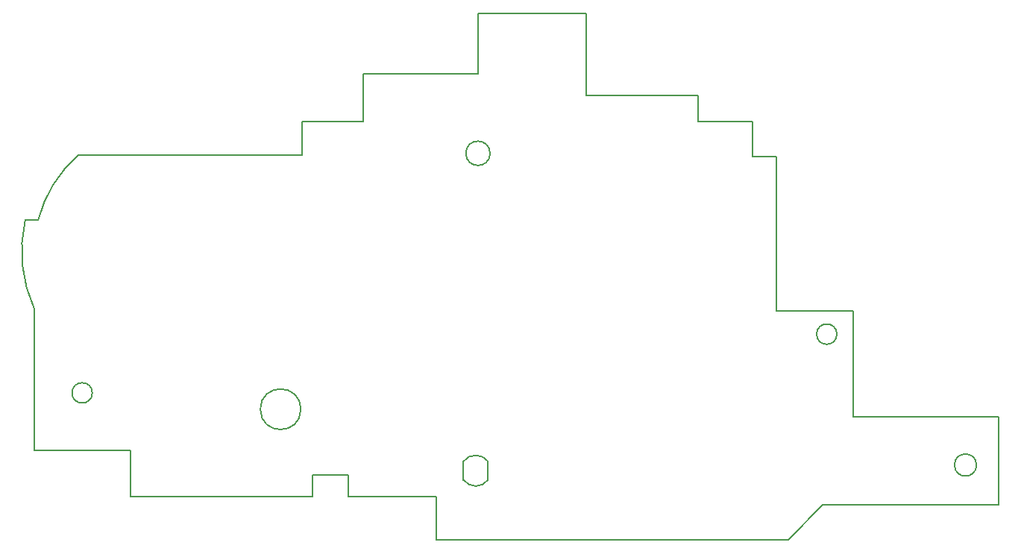
<source format=gbr>
G04 #@! TF.GenerationSoftware,KiCad,Pcbnew,7.0.2*
G04 #@! TF.CreationDate,2023-07-29T11:35:43-07:00*
G04 #@! TF.ProjectId,procon_gcc_main_pcb,70726f63-6f6e-45f6-9763-635f6d61696e,1*
G04 #@! TF.SameCoordinates,Original*
G04 #@! TF.FileFunction,Profile,NP*
%FSLAX46Y46*%
G04 Gerber Fmt 4.6, Leading zero omitted, Abs format (unit mm)*
G04 Created by KiCad (PCBNEW 7.0.2) date 2023-07-29 11:35:43*
%MOMM*%
%LPD*%
G01*
G04 APERTURE LIST*
G04 #@! TA.AperFunction,Profile*
%ADD10C,0.200000*%
G04 #@! TD*
G04 APERTURE END LIST*
D10*
X163606225Y-108114358D02*
X166306225Y-108114358D01*
X171556225Y-147614357D02*
X167656225Y-151614357D01*
X127656226Y-151614357D02*
X127656226Y-146714357D01*
X133781226Y-107714358D02*
G75*
G03*
X133781226Y-107714358I-1375000J0D01*
G01*
X191556225Y-137614357D02*
X191556225Y-147614357D01*
X133556226Y-142700000D02*
G75*
G03*
X130756226Y-142700000I-1400000J-1050000D01*
G01*
X166306225Y-125614358D02*
X175006225Y-125614358D01*
X163606225Y-104114358D02*
X163606225Y-108114358D01*
X132406226Y-98714358D02*
X132406226Y-91864358D01*
X117656226Y-144214357D02*
X113656226Y-144214357D01*
X92956226Y-141414357D02*
X82056226Y-141414357D01*
X175006225Y-125614358D02*
X175006225Y-137614357D01*
X127656226Y-146714357D02*
X117656226Y-146714357D01*
X87056226Y-107914358D02*
X112406226Y-107914358D01*
X189000000Y-143110000D02*
G75*
G03*
X189000000Y-143110000I-1250000J0D01*
G01*
X144706225Y-91864358D02*
X144706225Y-101114358D01*
X92956226Y-146714357D02*
X92956226Y-141414357D01*
X119406226Y-98714358D02*
X132406226Y-98714358D01*
X157406225Y-101114358D02*
X157406225Y-104114358D01*
X113656226Y-146714357D02*
X92956226Y-146714357D01*
X167656225Y-151614357D02*
X127656226Y-151614357D01*
X81016754Y-115258145D02*
X82492713Y-115258145D01*
X82056226Y-141414357D02*
X82056226Y-125414358D01*
X157406225Y-104114358D02*
X163606225Y-104114358D01*
X88625000Y-134914358D02*
G75*
G03*
X88625000Y-134914358I-1150000J0D01*
G01*
X112406226Y-104114358D02*
X119406226Y-104114358D01*
X117656226Y-146714357D02*
X117656226Y-144214357D01*
X112300000Y-136775000D02*
G75*
G03*
X112300000Y-136775000I-2300000J0D01*
G01*
X112406226Y-107914358D02*
X112406226Y-104114358D01*
X132406226Y-91864358D02*
X144706225Y-91864358D01*
X113656226Y-144214357D02*
X113656226Y-146714357D01*
X175006225Y-137614357D02*
X191556225Y-137614357D01*
X191556225Y-147614357D02*
X171556225Y-147614357D01*
X119406226Y-104114358D02*
X119406226Y-98714358D01*
X81016779Y-115258151D02*
G75*
G03*
X82056227Y-125414358I15389421J-3556249D01*
G01*
X87056225Y-107914357D02*
G75*
G03*
X82492714Y-115258144I9349995J-10899993D01*
G01*
X173150000Y-128250000D02*
G75*
G03*
X173150000Y-128250000I-1150000J0D01*
G01*
X166306225Y-108114358D02*
X166306225Y-125614358D01*
X130756226Y-144800000D02*
G75*
G03*
X133556226Y-144800000I1400000J1050000D01*
G01*
X144706225Y-101114358D02*
X157406225Y-101114358D01*
X130756226Y-144800000D02*
X130756226Y-142700000D01*
X133556226Y-142700000D02*
X133556226Y-144800000D01*
M02*

</source>
